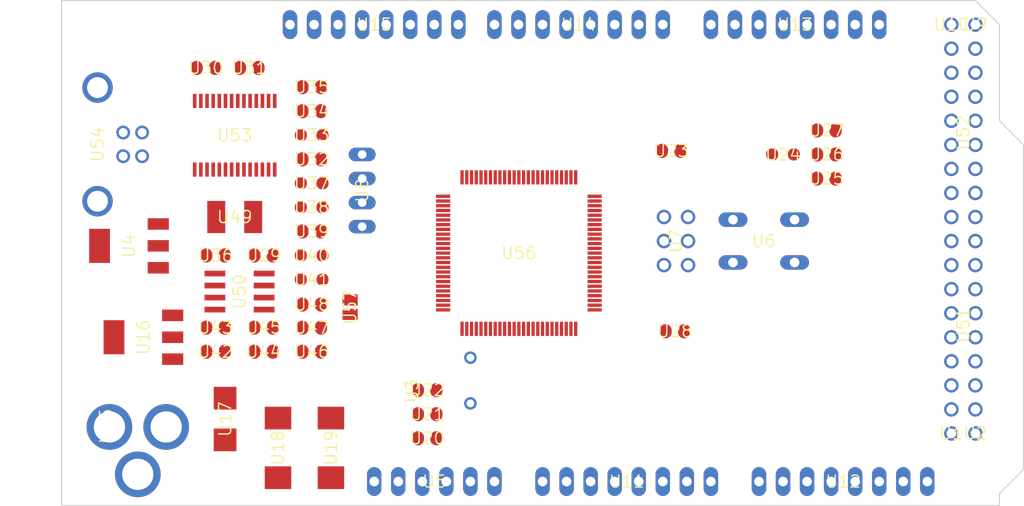
<source format=kicad_pcb>
(kicad_pcb (version 20221018) (generator pcbnew)
  (layers (0 "F.Cu" signal "Top") (31 "B.Cu" signal "Bottom") (34 "B.Paste" user) (35 "F.Paste" user) (36 "B.SilkS" user "B.Silkscreen") (37 "F.SilkS" user "F.Silkscreen") (38 "B.Mask" user) (39 "F.Mask" user) (44 "Edge.Cuts" user))
  (net 0 "")
  (net 1 "+5V")
  (net 2 "GND")
  (net 3 "N$6")
  (net 4 "N$7")
  (net 5 "AREF")
  (net 6 "RESET")
  (net 7 "VIN")
  (net 8 "N$3")
  (net 9 "PWRIN")
  (net 10 "M8RXD")
  (net 11 "M8TXD")
  (net 12 "ADC0")
  (net 13 "ADC2")
  (net 14 "ADC1")
  (net 15 "ADC3")
  (net 16 "ADC4")
  (net 17 "ADC5")
  (net 18 "ADC6")
  (net 19 "ADC7")
  (net 20 "+3V3")
  (net 21 "SDA")
  (net 22 "SCL")
  (net 23 "ADC9")
  (net 24 "ADC8")
  (net 25 "ADC10")
  (net 26 "ADC11")
  (net 27 "ADC12")
  (net 28 "ADC13")
  (net 29 "ADC14")
  (net 30 "ADC15")
  (net 31 "PB3")
  (net 32 "PB2")
  (net 33 "PB1")
  (net 34 "PB5")
  (net 35 "PB4")
  (net 36 "PE5")
  (net 37 "PE4")
  (net 38 "PE3")
  (net 39 "PE1")
  (net 40 "PE0")
  (net 41 "N$15")
  (net 42 "N$53")
  (net 43 "N$54")
  (net 44 "N$55")
  (net 45 "D-")
  (net 46 "D+")
  (net 47 "N$60")
  (net 48 "DTR")
  (net 49 "USBVCC")
  (net 50 "N$2")
  (net 51 "N$4")
  (net 52 "GATE_CMD")
  (net 53 "CMP")
  (net 54 "PB6")
  (net 55 "PH3")
  (net 56 "PH4")
  (net 57 "PH5")
  (net 58 "PH6")
  (net 59 "PG5")
  (net 60 "RXD1")
  (net 61 "TXD1")
  (net 62 "RXD2")
  (net 63 "RXD3")
  (net 64 "TXD2")
  (net 65 "TXD3")
  (net 66 "PC0")
  (net 67 "PC1")
  (net 68 "PC2")
  (net 69 "PC3")
  (net 70 "PC4")
  (net 71 "PC5")
  (net 72 "PC6")
  (net 73 "PC7")
  (net 74 "PB0")
  (net 75 "PG0")
  (net 76 "PG1")
  (net 77 "PG2")
  (net 78 "PD7")
  (net 79 "PA0")
  (net 80 "PA1")
  (net 81 "PA2")
  (net 82 "PA3")
  (net 83 "PA4")
  (net 84 "PA5")
  (net 85 "PA6")
  (net 86 "PA7")
  (net 87 "PL0")
  (net 88 "PL1")
  (net 89 "PL2")
  (net 90 "PL3")
  (net 91 "PL4")
  (net 92 "PL5")
  (net 93 "PL6")
  (net 94 "PL7")
  (net 95 "PB7")
  (net 96 "CTS")
  (net 97 "DSR")
  (net 98 "DCD")
  (net 99 "RI")
  (footprint "Arduino_MEGA_Reference_Design:2X03" (layer "F.Cu") (at 162.5981 103.7336 -90)
    (fp_text reference "U7")
    (fp_text value "")
  )
  (footprint "Arduino_MEGA_Reference_Design:1X08" (layer "F.Cu") (at 152.3111 80.8736 180)
    (fp_text reference "U14")
    (fp_text value "")
  )
  (footprint "Arduino_MEGA_Reference_Design:1X08" (layer "F.Cu") (at 130.7211 80.8736 180)
    (fp_text reference "U15")
    (fp_text value "")
  )
  (footprint "Arduino_MEGA_Reference_Design:SMC_D" (layer "F.Cu") (at 120.5611 125.5776 -90)
    (fp_text reference "U18")
    (fp_text value "")
  )
  (footprint "Arduino_MEGA_Reference_Design:SMC_D" (layer "F.Cu") (at 126.1491 125.5776 -90)
    (fp_text reference "U19")
    (fp_text value "")
  )
  (footprint "Arduino_MEGA_Reference_Design:B3F-10XX" (layer "F.Cu") (at 171.8691 103.7336 180)
    (fp_text reference "U6")
    (fp_text value "")
  )
  (footprint "Arduino_MEGA_Reference_Design:0805RND" (layer "F.Cu") (at 173.9011 94.5896 180)
    (fp_text reference "U24")
    (fp_text value "")
  )
  (footprint "Arduino_MEGA_Reference_Design:SMB" (layer "F.Cu") (at 114.9731 122.5296 -90)
    (fp_text reference "U17")
    (fp_text value "")
  )
  (footprint "Arduino_MEGA_Reference_Design:DC-21MM" (layer "F.Cu") (at 103.0351 123.2916 90)
    (fp_text reference "U55")
    (fp_text value "")
  )
  (footprint "Arduino_MEGA_Reference_Design:HC49_S" (layer "F.Cu") (at 140.8811 118.4656 90)
    (fp_text reference "U3")
    (fp_text value "")
  )
  (footprint "Arduino_MEGA_Reference_Design:SOT223" (layer "F.Cu") (at 106.3371 113.8936 90)
    (fp_text reference "U16")
    (fp_text value "")
  )
  (footprint "Arduino_MEGA_Reference_Design:1X06" (layer "F.Cu") (at 137.0711 129.1336)
    (fp_text reference "U5")
    (fp_text value "")
  )
  (footprint "Arduino_MEGA_Reference_Design:C0805RND" (layer "F.Cu") (at 124.1171 87.4776)
    (fp_text reference "U35")
    (fp_text value "")
  )
  (footprint "Arduino_MEGA_Reference_Design:C0805RND" (layer "F.Cu") (at 162.4711 113.2586)
    (fp_text reference "U28")
    (fp_text value "")
  )
  (footprint "Arduino_MEGA_Reference_Design:C0805RND" (layer "F.Cu") (at 136.3091 122.0216)
    (fp_text reference "U21")
    (fp_text value "")
  )
  (footprint "Arduino_MEGA_Reference_Design:C0805RND" (layer "F.Cu") (at 136.3091 119.4816)
    (fp_text reference "U22")
    (fp_text value "")
  )
  (footprint "Arduino_MEGA_Reference_Design:C0805RND" (layer "F.Cu") (at 113.9571 112.8776)
    (fp_text reference "U43")
    (fp_text value "")
  )
  (footprint "Arduino_MEGA_Reference_Design:RCL_0805RND" (layer "F.Cu") (at 124.1171 105.2576)
    (fp_text reference "U40")
    (fp_text value "")
  )
  (footprint "Arduino_MEGA_Reference_Design:RCL_0805RND" (layer "F.Cu") (at 124.1171 107.7976)
    (fp_text reference "U41")
    (fp_text value "")
  )
  (footprint "Arduino_MEGA_Reference_Design:1X08" (layer "F.Cu") (at 157.3911 129.1336)
    (fp_text reference "U11")
    (fp_text value "")
  )
  (footprint "Arduino_MEGA_Reference_Design:1X08" (layer "F.Cu") (at 175.1711 80.8736 180)
    (fp_text reference "U13")
    (fp_text value "")
  )
  (footprint "Arduino_MEGA_Reference_Design:R0805RND" (layer "F.Cu") (at 178.4731 94.5896 180)
    (fp_text reference "U26")
    (fp_text value "")
  )
  (footprint "Arduino_MEGA_Reference_Design:R0805RND" (layer "F.Cu") (at 178.4731 92.0496 180)
    (fp_text reference "U27")
    (fp_text value "")
  )
  (footprint "Arduino_MEGA_Reference_Design:TQFP100" (layer "F.Cu") (at 146.00128173828125 105.0035400390625 0)
    (fp_text reference "U56")
    (fp_text value "")
  )
  (footprint "Arduino_MEGA_Reference_Design:C0805RND" (layer "F.Cu") (at 162.0901 94.2086 180)
    (fp_text reference "U23")
    (fp_text value "")
  )
  (footprint "Arduino_MEGA_Reference_Design:C0805RND" (layer "F.Cu") (at 136.3091 124.5616)
    (fp_text reference "U20")
    (fp_text value "")
  )
  (footprint "Arduino_MEGA_Reference_Design:1X08" (layer "F.Cu") (at 180.2511 129.1336)
    (fp_text reference "U12")
    (fp_text value "")
  )
  (footprint "Arduino_MEGA_Reference_Design:R0805RND" (layer "F.Cu") (at 124.1171 112.8776)
    (fp_text reference "U47")
    (fp_text value "")
  )
  (footprint "Arduino_MEGA_Reference_Design:C0805RND" (layer "F.Cu") (at 124.1171 115.4176)
    (fp_text reference "U46")
    (fp_text value "")
  )
  (footprint "Arduino_MEGA_Reference_Design:C0805RND" (layer "F.Cu") (at 113.9571 105.2576)
    (fp_text reference "U36")
    (fp_text value "")
  )
  (footprint "Arduino_MEGA_Reference_Design:C0805RND" (layer "F.Cu") (at 112.9411 85.4456)
    (fp_text reference "U30")
    (fp_text value "")
  )
  (footprint "Arduino_MEGA_Reference_Design:0805RND" (layer "F.Cu") (at 124.1171 100.1776 180)
    (fp_text reference "U38")
    (fp_text value "")
  )
  (footprint "Arduino_MEGA_Reference_Design:0805RND" (layer "F.Cu") (at 124.1171 97.6376 180)
    (fp_text reference "U37")
    (fp_text value "")
  )
  (footprint "Arduino_MEGA_Reference_Design:R0805RND" (layer "F.Cu") (at 124.1171 95.0976)
    (fp_text reference "U32")
    (fp_text value "")
  )
  (footprint "Arduino_MEGA_Reference_Design:R0805RND" (layer "F.Cu") (at 124.1171 102.7176)
    (fp_text reference "U39")
    (fp_text value "")
  )
  (footprint "Arduino_MEGA_Reference_Design:SSOP28" (layer "F.Cu") (at 115.9891 92.5576)
    (fp_text reference "U53")
    (fp_text value "")
  )
  (footprint "Arduino_MEGA_Reference_Design:PN61729" (layer "F.Cu") (at 98.9584 93.5228 -90)
    (fp_text reference "U54")
    (fp_text value "")
  )
  (footprint "Arduino_MEGA_Reference_Design:L1812" (layer "F.Cu") (at 115.9891 101.1936)
    (fp_text reference "U49")
    (fp_text value "")
  )
  (footprint "Arduino_MEGA_Reference_Design:C0805RND" (layer "F.Cu") (at 117.5131 85.4456)
    (fp_text reference "U31")
    (fp_text value "")
  )
  (footprint "Arduino_MEGA_Reference_Design:0805RND" (layer "F.Cu") (at 124.1171 92.5576 180)
    (fp_text reference "U33")
    (fp_text value "")
  )
  (footprint "Arduino_MEGA_Reference_Design:R0805RND" (layer "F.Cu") (at 124.1171 90.0176 180)
    (fp_text reference "U34")
    (fp_text value "")
  )
  (footprint "Arduino_MEGA_Reference_Design:C0805RND" (layer "F.Cu") (at 124.1171 110.4392 180)
    (fp_text reference "U48")
    (fp_text value "")
  )
  (footprint "Arduino_MEGA_Reference_Design:SOT223" (layer "F.Cu") (at 104.8131 104.2416 90)
    (fp_text reference "U4")
    (fp_text value "")
  )
  (footprint "Arduino_MEGA_Reference_Design:SO08" (layer "F.Cu") (at 116.4971 109.0676 -90)
    (fp_text reference "U50")
    (fp_text value "")
  )
  (footprint "Arduino_MEGA_Reference_Design:R0805RND" (layer "F.Cu") (at 113.9571 115.4176 180)
    (fp_text reference "U42")
    (fp_text value "")
  )
  (footprint "Arduino_MEGA_Reference_Design:R0805RND" (layer "F.Cu") (at 119.0371 112.8776 180)
    (fp_text reference "U45")
    (fp_text value "")
  )
  (footprint "Arduino_MEGA_Reference_Design:C0805RND" (layer "F.Cu") (at 119.0371 115.4176 180)
    (fp_text reference "U44")
    (fp_text value "")
  )
  (footprint "Arduino_MEGA_Reference_Design:C0805RND" (layer "F.Cu") (at 119.0371 105.2576)
    (fp_text reference "U29")
    (fp_text value "")
  )
  (footprint "Arduino_MEGA_Reference_Design:2X08" (layer "F.Cu") (at 192.9511 92.3036 90)
    (fp_text reference "U52")
    (fp_text value "")
  )
  (footprint "Arduino_MEGA_Reference_Design:2X08" (layer "F.Cu") (at 192.9511 112.6236 90)
    (fp_text reference "U51")
    (fp_text value "")
  )
  (footprint "Arduino_MEGA_Reference_Design:R0805RND" (layer "F.Cu") (at 178.4731 97.1296 180)
    (fp_text reference "U25")
    (fp_text value "")
  )
  (footprint "Arduino_MEGA_Reference_Design:1X01" (layer "F.Cu") (at 191.6811 80.8736)
    (fp_text reference "U10")
    (fp_text value "")
  )
  (footprint "Arduino_MEGA_Reference_Design:1X01" (layer "F.Cu") (at 194.2211 80.8736)
    (fp_text reference "U9")
    (fp_text value "")
  )
  (footprint "Arduino_MEGA_Reference_Design:1X01" (layer "F.Cu") (at 191.6811 124.0536)
    (fp_text reference "U1")
    (fp_text value "")
  )
  (footprint "Arduino_MEGA_Reference_Design:1X01" (layer "F.Cu") (at 194.2211 124.0536)
    (fp_text reference "U2")
    (fp_text value "")
  )
  (footprint "Arduino_MEGA_Reference_Design:SJ" (layer "F.Cu") (at 128.1811 110.7186 -90)
    (fp_text reference "U57")
    (fp_text value "")
  )
  (footprint "Arduino_MEGA_Reference_Design:JP4" (layer "F.Cu") (at 129.4511 98.3996 -90)
    (fp_text reference "U8")
    (fp_text value "")
  )
  (gr_line (start 196.7611 80.8736) (end 196.7611 91.0336) (layer "Edge.Cuts") (width 0.12))
  (gr_line (start 196.7611 130.4036) (end 196.7611 131.6736) (layer "Edge.Cuts") (width 0.12))
  (gr_line (start 194.2211 78.3336) (end 196.7611 80.8736) (layer "Edge.Cuts") (width 0.12))
  (gr_line (start 97.7011 78.3336) (end 194.2211 78.3336) (layer "Edge.Cuts") (width 0.12))
  (gr_line (start 196.7611 91.0336) (end 199.3011 93.5736) (layer "Edge.Cuts") (width 0.12))
  (gr_line (start 97.7011 131.6736) (end 97.7011 78.3336) (layer "Edge.Cuts") (width 0.12))
  (gr_line (start 196.7611 131.6736) (end 97.7011 131.6736) (layer "Edge.Cuts") (width 0.12))
  (gr_line (start 199.3011 93.5736) (end 199.3011 127.8636) (layer "Edge.Cuts") (width 0.12))
  (gr_line (start 199.3011 127.8636) (end 196.7611 130.4036) (layer "Edge.Cuts") (width 0.12))
)
</source>
